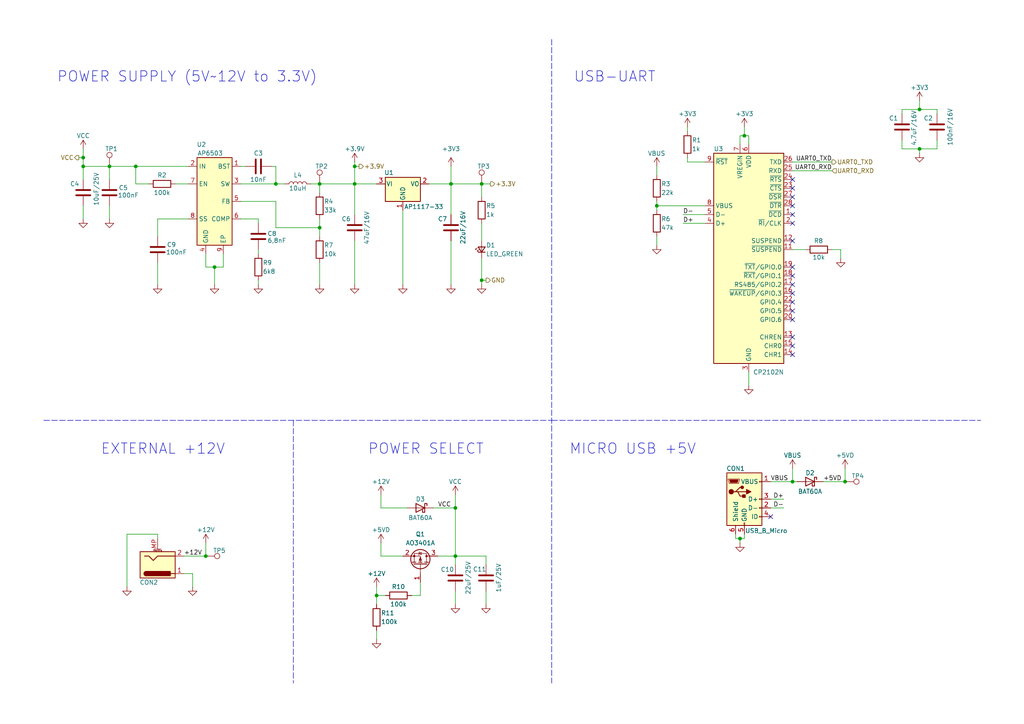
<source format=kicad_sch>
(kicad_sch (version 20211123) (generator eeschema)
  (paper "A4")
  (title_block (title "Módulo Espressif") (date "2022-06-24") (rev "v1.0"))
  (lib_symbols
    (symbol "Alexandre_Library:Power" (pin_names (offset 0))
      (property "Reference" "#PWR" (at 3.81 -2.54 0))
      (property "Value" "Power" (at 0 3.556 0))
      (symbol "Power_0_1"
        (polyline (pts (xy -0.762 1.27) (xy 0 2.54)))
        (polyline (pts (xy 0 0) (xy 0 2.54)))
        (polyline (pts (xy 0 2.54) (xy 0.762 1.27)))
      )
      (symbol "Power_1_1"
        (pin power_in line (at 0 0 180) (length 0) hide (name "") (number "1"))
      )
    )
    (symbol "Connector:Barrel_Jack_MountingPin" (pin_names hide)
      (property "Reference" "J" (at 0 5.334 0))
      (property "Value" "Barrel_Jack_MountingPin" (at 1.27 -6.35 0))
      (symbol "Barrel_Jack_MountingPin_0_1"
        (rectangle (start -5.08 3.81) (end 5.08 -3.81) (stroke (width 0.254)) (fill (type background)))
        (arc (start -3.302 3.175) (mid -3.937 2.54) (end -3.302 1.905) (stroke (width 0.254)))
        (arc (start -3.302 3.175) (mid -3.937 2.54) (end -3.302 1.905) (stroke (width 0.254)) (fill (type outline)))
        (polyline (pts (xy 5.08 2.54) (xy 3.81 2.54)) (stroke (width 0.254)))
        (polyline (pts (xy -3.81 -2.54) (xy -2.54 -2.54) (xy -1.27 -1.27) (xy 0 -2.54) (xy 2.54 -2.54) (xy 5.08 -2.54)) (stroke (width 0.254)))
        (rectangle (start 3.683 3.175) (end -3.302 1.905) (stroke (width 0.254)) (fill (type outline)))
      )
      (symbol "Barrel_Jack_MountingPin_1_1"
        (polyline (pts (xy -1.016 -4.572) (xy 1.016 -4.572)) (stroke (width 0.1524)))
        (text "Mounting" (at 0 -4.191 0) (effects (font (size 0.381 0.381))))
        (pin passive line (at 7.62 2.54 180) (length 2.54) (name "~") (number "1"))
        (pin passive line (at 7.62 -2.54 180) (length 2.54) (name "~") (number "2"))
        (pin passive line (at 0 -7.62 90) (length 3.048) (name "MountPin") (number "MP"))
      )
    )
    (symbol "Connector:TestPoint" (pin_numbers hide) (pin_names (offset 0.762) hide)
      (property "Reference" "TP" (at 0 6.858 0))
      (property "Value" "TestPoint" (at 0 5.08 0))
      (symbol "TestPoint_0_1"
        (circle (center 0 3.302) (radius 0.762))
      )
      (symbol "TestPoint_1_1"
        (pin passive line (at 0 0 90) (length 2.54) (name "1") (number "1"))
      )
    )
    (symbol "Connector:USB_B_Micro" (pin_names (offset 1.016))
      (property "Reference" "J" (at -5.08 11.43 0))
      (property "Value" "USB_B_Micro" (at -5.08 8.89 0))
      (symbol "USB_B_Micro_0_1"
        (rectangle (start -5.08 -7.62) (end 5.08 7.62) (stroke (width 0.254)) (fill (type background)))
        (circle (center -3.81 2.159) (radius 0.635) (stroke (width 0.254)) (fill (type outline)))
        (circle (center -0.635 3.429) (radius 0.381) (stroke (width 0.254)) (fill (type outline)))
        (rectangle (start -0.127 -7.62) (end 0.127 -6.858))
        (polyline (pts (xy -1.905 2.159) (xy 0.635 2.159)) (stroke (width 0.254)))
        (polyline (pts (xy -3.175 2.159) (xy -2.54 2.159) (xy -1.27 3.429) (xy -0.635 3.429)) (stroke (width 0.254)))
        (polyline (pts (xy -2.54 2.159) (xy -1.905 2.159) (xy -1.27 0.889) (xy 0 0.889)) (stroke (width 0.254)))
        (polyline (pts (xy 0.635 2.794) (xy 0.635 1.524) (xy 1.905 2.159) (xy 0.635 2.794)) (stroke (width 0.254)) (fill (type outline)))
        (polyline (pts (xy -4.318 5.588) (xy -1.778 5.588) (xy -2.032 4.826) (xy -4.064 4.826) (xy -4.318 5.588)) (fill (type outline)))
        (polyline (pts (xy -4.699 5.842) (xy -4.699 5.588) (xy -4.445 4.826) (xy -4.445 4.572) (xy -1.651 4.572) (xy -1.651 4.826) (xy -1.397 5.588) (xy -1.397 5.842) (xy -4.699 5.842)))
        (rectangle (start 0.254 1.27) (end -0.508 0.508) (stroke (width 0.254)) (fill (type outline)))
        (rectangle (start 5.08 -5.207) (end 4.318 -4.953))
        (rectangle (start 5.08 -2.667) (end 4.318 -2.413))
        (rectangle (start 5.08 -0.127) (end 4.318 0.127))
        (rectangle (start 5.08 4.953) (end 4.318 5.207))
      )
      (symbol "USB_B_Micro_1_1"
        (pin power_out line (at 7.62 5.08 180) (length 2.54) (name "VBUS") (number "1"))
        (pin bidirectional line (at 7.62 -2.54 180) (length 2.54) (name "D-") (number "2"))
        (pin bidirectional line (at 7.62 0 180) (length 2.54) (name "D+") (number "3"))
        (pin passive line (at 7.62 -5.08 180) (length 2.54) (name "ID") (number "4"))
        (pin power_out line (at 0 -10.16 90) (length 2.54) (name "GND") (number "5"))
        (pin passive line (at -2.54 -10.16 90) (length 2.54) (name "Shield") (number "6"))
      )
    )
    (symbol "Device:C" (pin_numbers hide) (pin_names (offset 0.254))
      (property "Reference" "C" (at 0.635 2.54 0))
      (property "Value" "C" (at 0.635 -2.54 0))
      (symbol "C_0_1"
        (polyline (pts (xy -2.032 -0.762) (xy 2.032 -0.762)) (stroke (width 0.508)))
        (polyline (pts (xy -2.032 0.762) (xy 2.032 0.762)) (stroke (width 0.508)))
      )
      (symbol "C_1_1"
        (pin passive line (at 0 3.81 270) (length 2.794) (name "~") (number "1"))
        (pin passive line (at 0 -3.81 90) (length 2.794) (name "~") (number "2"))
      )
    )
    (symbol "Device:L" (pin_numbers hide) (pin_names (offset 1.016) hide)
      (property "Reference" "L" (at -1.27 0 90))
      (property "Value" "L" (at 1.905 0 90))
      (symbol "L_0_1"
        (arc (start 0 -2.54) (mid 0.635 -1.905) (end 0 -1.27))
        (arc (start 0 -1.27) (mid 0.635 -0.635) (end 0 0))
        (arc (start 0 0) (mid 0.635 0.635) (end 0 1.27))
        (arc (start 0 1.27) (mid 0.635 1.905) (end 0 2.54))
      )
      (symbol "L_1_1"
        (pin passive line (at 0 3.81 270) (length 1.27) (name "1") (number "1"))
        (pin passive line (at 0 -3.81 90) (length 1.27) (name "2") (number "2"))
      )
    )
    (symbol "Device:LED_Small" (pin_numbers hide) (pin_names (offset 0.254) hide)
      (property "Reference" "D" (at -1.27 3.175 0))
      (property "Value" "LED_Small" (at -4.445 -2.54 0))
      (symbol "LED_Small_0_1"
        (polyline (pts (xy -0.762 -1.016) (xy -0.762 1.016)) (stroke (width 0.254)))
        (polyline (pts (xy 1.016 0) (xy -0.762 0)))
        (polyline (pts (xy 0.762 -1.016) (xy -0.762 0) (xy 0.762 1.016) (xy 0.762 -1.016)) (stroke (width 0.254)))
        (polyline (pts (xy 0 0.762) (xy -0.508 1.27) (xy -0.254 1.27) (xy -0.508 1.27) (xy -0.508 1.016)))
        (polyline (pts (xy 0.508 1.27) (xy 0 1.778) (xy 0.254 1.778) (xy 0 1.778) (xy 0 1.524)))
      )
      (symbol "LED_Small_1_1"
        (pin passive line (at -2.54 0 0) (length 1.778) (name "K") (number "1"))
        (pin passive line (at 2.54 0 180) (length 1.778) (name "A") (number "2"))
      )
    )
    (symbol "Device:R" (pin_numbers hide) (pin_names (offset 0))
      (property "Reference" "R" (at 2.032 0 90))
      (property "Value" "R" (at 0 0 90))
      (symbol "R_0_1"
        (rectangle (start -1.016 -2.54) (end 1.016 2.54) (stroke (width 0.254)))
      )
      (symbol "R_1_1"
        (pin passive line (at 0 3.81 270) (length 1.27) (name "~") (number "1"))
        (pin passive line (at 0 -3.81 90) (length 1.27) (name "~") (number "2"))
      )
    )
    (symbol "Diode:BAT60A" (pin_numbers hide) (pin_names (offset 1.016) hide)
      (property "Reference" "D" (at 0 2.54 0))
      (property "Value" "BAT60A" (at 0 -2.54 0))
      (symbol "BAT60A_0_1"
        (polyline (pts (xy 1.27 0) (xy -1.27 0)))
        (polyline (pts (xy 1.27 1.27) (xy 1.27 -1.27) (xy -1.27 0) (xy 1.27 1.27)) (stroke (width 0.254)))
        (polyline (pts (xy -1.905 0.635) (xy -1.905 1.27) (xy -1.27 1.27) (xy -1.27 -1.27) (xy -0.635 -1.27) (xy -0.635 -0.635)) (stroke (width 0.254)))
      )
      (symbol "BAT60A_1_1"
        (pin passive line (at -3.81 0 0) (length 2.54) (name "K") (number "1"))
        (pin passive line (at 3.81 0 180) (length 2.54) (name "A") (number "2"))
      )
    )
    (symbol "Interface_USB:CP2102N-Axx-xQFN28"
      (property "Reference" "U" (at -8.89 31.75 0))
      (property "Value" "CP2102N-Axx-xQFN28" (at 12.7 31.75 0))
      (symbol "CP2102N-Axx-xQFN28_0_1"
        (rectangle (start -10.16 30.48) (end 10.16 -30.48) (stroke (width 0.254)) (fill (type background)))
      )
      (symbol "CP2102N-Axx-xQFN28_1_1"
        (pin input line (at 12.7 12.7 180) (length 2.54) (name "~{DCD}") (number "1"))
        (pin no_connect line (at -10.16 -27.94 0) (length 2.54) hide (name "NC") (number "10"))
        (pin output line (at 12.7 2.54 180) (length 2.54) (name "~{SUSPEND}") (number "11"))
        (pin output line (at 12.7 5.08 180) (length 2.54) (name "SUSPEND") (number "12"))
        (pin output line (at 12.7 -22.86 180) (length 2.54) (name "CHREN") (number "13"))
        (pin output line (at 12.7 -27.94 180) (length 2.54) (name "CHR1") (number "14"))
        (pin output line (at 12.7 -25.4 180) (length 2.54) (name "CHR0") (number "15"))
        (pin bidirectional line (at 12.7 -10.16 180) (length 2.54) (name "~{WAKEUP}/GPIO.3") (number "16"))
        (pin bidirectional line (at 12.7 -7.62 180) (length 2.54) (name "RS485/GPIO.2") (number "17"))
        (pin bidirectional line (at 12.7 -5.08 180) (length 2.54) (name "~{RXT}/GPIO.1") (number "18"))
        (pin bidirectional line (at 12.7 -2.54 180) (length 2.54) (name "~{TXT}/GPIO.0") (number "19"))
        (pin bidirectional line (at 12.7 10.16 180) (length 2.54) (name "~{RI}/CLK") (number "2"))
        (pin bidirectional line (at 12.7 -17.78 180) (length 2.54) (name "GPIO.6") (number "20"))
        (pin bidirectional line (at 12.7 -15.24 180) (length 2.54) (name "GPIO.5") (number "21"))
        (pin bidirectional line (at 12.7 -12.7 180) (length 2.54) (name "GPIO.4") (number "22"))
        (pin input line (at 12.7 20.32 180) (length 2.54) (name "~{CTS}") (number "23"))
        (pin output line (at 12.7 22.86 180) (length 2.54) (name "~{RTS}") (number "24"))
        (pin input line (at 12.7 25.4 180) (length 2.54) (name "RXD") (number "25"))
        (pin output line (at 12.7 27.94 180) (length 2.54) (name "TXD") (number "26"))
        (pin input line (at 12.7 17.78 180) (length 2.54) (name "~{DSR}") (number "27"))
        (pin output line (at 12.7 15.24 180) (length 2.54) (name "~{DTR}") (number "28"))
        (pin passive line (at 0 -33.02 90) (length 2.54) hide (name "GND") (number "29"))
        (pin power_in line (at 0 -33.02 90) (length 2.54) (name "GND") (number "3"))
        (pin bidirectional line (at -12.7 10.16 0) (length 2.54) (name "D+") (number "4"))
        (pin bidirectional line (at -12.7 12.7 0) (length 2.54) (name "D-") (number "5"))
        (pin power_in line (at 0 33.02 270) (length 2.54) (name "VDD") (number "6"))
        (pin power_in line (at -2.54 33.02 270) (length 2.54) (name "VREGIN") (number "7"))
        (pin input line (at -12.7 15.24 0) (length 2.54) (name "VBUS") (number "8"))
        (pin input line (at -12.7 27.94 0) (length 2.54) (name "~{RST}") (number "9"))
      )
    )
    (symbol "Regulator_Linear:AP1117-33" (pin_names (offset 0.254))
      (property "Reference" "U" (at -3.81 3.175 0))
      (property "Value" "AP1117-33" (at 0 3.175 0))
      (symbol "AP1117-33_0_1"
        (rectangle (start -5.08 -5.08) (end 5.08 1.905) (stroke (width 0.254)) (fill (type background)))
      )
      (symbol "AP1117-33_1_1"
        (pin power_in line (at 0 -7.62 90) (length 2.54) (name "GND") (number "1"))
        (pin power_out line (at 7.62 0 180) (length 2.54) (name "VO") (number "2"))
        (pin power_in line (at -7.62 0 0) (length 2.54) (name "VI") (number "3"))
      )
    )
    (symbol "Regulator_Switching:AP6503"
      (property "Reference" "U" (at -3.81 13.97 0))
      (property "Value" "AP6503" (at 2.54 13.97 0))
      (symbol "AP6503_0_1"
        (rectangle (start -5.08 12.7) (end 5.08 -12.7) (stroke (width 0.254)) (fill (type background)))
      )
      (symbol "AP6503_1_1"
        (pin output line (at 7.62 10.16 180) (length 2.54) (name "BST") (number "1"))
        (pin power_in line (at -7.62 10.16 0) (length 2.54) (name "IN") (number "2"))
        (pin power_out line (at 7.62 5.08 180) (length 2.54) (name "SW") (number "3"))
        (pin power_in line (at -2.54 -15.24 90) (length 2.54) (name "GND") (number "4"))
        (pin input line (at 7.62 0 180) (length 2.54) (name "FB") (number "5"))
        (pin output line (at 7.62 -5.08 180) (length 2.54) (name "COMP") (number "6"))
        (pin input line (at -7.62 5.08 0) (length 2.54) (name "EN") (number "7"))
        (pin tri_state line (at -7.62 -5.08 0) (length 2.54) (name "SS") (number "8"))
        (pin power_in line (at 2.54 -15.24 90) (length 2.54) (name "EP") (number "9"))
      )
    )
    (symbol "Transistor_FET:AO3401A" (pin_names hide)
      (property "Reference" "Q" (at 5.08 1.905 0))
      (property "Value" "AO3401A" (at 5.08 0 0))
      (symbol "AO3401A_0_1"
        (polyline (pts (xy 0.254 0) (xy -2.54 0)))
        (polyline (pts (xy 0.254 1.905) (xy 0.254 -1.905)) (stroke (width 0.254)))
        (polyline (pts (xy 0.762 -1.27) (xy 0.762 -2.286)) (stroke (width 0.254)))
        (polyline (pts (xy 0.762 0.508) (xy 0.762 -0.508)) (stroke (width 0.254)))
        (polyline (pts (xy 0.762 2.286) (xy 0.762 1.27)) (stroke (width 0.254)))
        (polyline (pts (xy 2.54 2.54) (xy 2.54 1.778)))
        (polyline (pts (xy 2.54 -2.54) (xy 2.54 0) (xy 0.762 0)))
        (polyline (pts (xy 0.762 1.778) (xy 3.302 1.778) (xy 3.302 -1.778) (xy 0.762 -1.778)))
        (polyline (pts (xy 2.286 0) (xy 1.27 0.381) (xy 1.27 -0.381) (xy 2.286 0)) (fill (type outline)))
        (polyline (pts (xy 2.794 -0.508) (xy 2.921 -0.381) (xy 3.683 -0.381) (xy 3.81 -0.254)))
        (polyline (pts (xy 3.302 -0.381) (xy 2.921 0.254) (xy 3.683 0.254) (xy 3.302 -0.381)))
        (circle (center 1.651 0) (radius 2.794) (stroke (width 0.254)))
        (circle (center 2.54 -1.778) (radius 0.254) (fill (type outline)))
        (circle (center 2.54 1.778) (radius 0.254) (fill (type outline)))
      )
      (symbol "AO3401A_1_1"
        (pin input line (at -5.08 0 0) (length 2.54) (name "G") (number "1"))
        (pin passive line (at 2.54 -5.08 90) (length 2.54) (name "S") (number "2"))
        (pin passive line (at 2.54 5.08 270) (length 2.54) (name "D") (number "3"))
      )
    )
    (symbol "power:+12V" (power) (pin_names (offset 0))
      (property "Value" "+12V" (at 0 3.556 0))
      (symbol "+12V_0_1"
        (polyline (pts (xy -0.762 1.27) (xy 0 2.54)))
        (polyline (pts (xy 0 0) (xy 0 2.54)))
        (polyline (pts (xy 0 2.54) (xy 0.762 1.27)))
      )
      (symbol "+12V_1_1"
        (pin power_in line (at 0 0 90) (length 0) hide (name "+12V") (number "1"))
      )
    )
    (symbol "power:+3.3V" (power) (pin_names (offset 0))
      (property "Value" "+3.3V" (at 0 3.556 0))
      (symbol "+3.3V_0_1"
        (polyline (pts (xy -0.762 1.27) (xy 0 2.54)))
        (polyline (pts (xy 0 0) (xy 0 2.54)))
        (polyline (pts (xy 0 2.54) (xy 0.762 1.27)))
      )
      (symbol "+3.3V_1_1"
        (pin power_in line (at 0 0 90) (length 0) hide (name "+3V3") (number "1"))
      )
    )
    (symbol "power:+5VD" (power) (pin_names (offset 0))
      (property "Value" "+5VD" (at 0 3.556 0))
      (symbol "+5VD_0_1"
        (polyline (pts (xy -0.762 1.27) (xy 0 2.54)))
        (polyline (pts (xy 0 0) (xy 0 2.54)))
        (polyline (pts (xy 0 2.54) (xy 0.762 1.27)))
      )
      (symbol "+5VD_1_1"
        (pin power_in line (at 0 0 90) (length 0) hide (name "+5VD") (number "1"))
      )
    )
    (symbol "power:GND" (power) (pin_names (offset 0))
      (property "Value" "GND" (at 0 -3.81 0))
      (symbol "GND_0_1"
        (polyline (pts (xy 0 0) (xy 0 -1.27) (xy 1.27 -1.27) (xy 0 -2.54) (xy -1.27 -1.27) (xy 0 -1.27)))
      )
      (symbol "GND_1_1"
        (pin power_in line (at 0 0 270) (length 0) hide (name "GND") (number "1"))
      )
    )
    (symbol "power:VBUS" (power) (pin_names (offset 0))
      (property "Value" "VBUS" (at 0 3.81 0))
      (symbol "VBUS_0_1"
        (polyline (pts (xy -0.762 1.27) (xy 0 2.54)))
        (polyline (pts (xy 0 0) (xy 0 2.54)))
        (polyline (pts (xy 0 2.54) (xy 0.762 1.27)))
      )
      (symbol "VBUS_1_1"
        (pin power_in line (at 0 0 90) (length 0) hide (name "VBUS") (number "1"))
      )
    )
    (symbol "power:VCC" (power) (pin_names (offset 0))
      (property "Value" "VCC" (at 0 3.81 0))
      (symbol "VCC_0_1"
        (polyline (pts (xy -0.762 1.27) (xy 0 2.54)))
        (polyline (pts (xy 0 0) (xy 0 2.54)))
        (polyline (pts (xy 0 2.54) (xy 0.762 1.27)))
      )
      (symbol "VCC_1_1"
        (pin power_in line (at 0 0 90) (length 0) hide (name "VCC") (number "1"))
      )
    )
  )
  (junction (at 130.81 53.34))
  (junction (at 190.5 59.69))
  (junction (at 229.87 139.7))
  (junction (at 132.08 147.32))
  (junction (at 92.71 53.34))
  (junction (at 102.87 48.26))
  (junction (at 266.7 31.75))
  (junction (at 102.87 53.34))
  (junction (at 59.69 161.29))
  (junction (at 80.01 53.34))
  (junction (at 215.9 39.37))
  (junction (at 39.37 48.26))
  (junction (at 31.75 48.26))
  (junction (at 266.7 43.18))
  (junction (at 24.13 48.26))
  (junction (at 109.22 172.72))
  (junction (at 139.7 81.28))
  (junction (at 92.71 66.04))
  (junction (at 214.63 156.21))
  (junction (at 132.08 161.29))
  (junction (at 24.13 45.72))
  (junction (at 245.11 139.7))
  (junction (at 139.7 53.34))
  (junction (at 62.23 77.47))
  (no_connect (at 229.87 87.63))
  (no_connect (at 229.87 52.07))
  (no_connect (at 229.87 64.77))
  (no_connect (at 229.87 59.69))
  (no_connect (at 229.87 85.09))
  (no_connect (at 229.87 92.71))
  (no_connect (at 223.52 149.86))
  (no_connect (at 229.87 82.55))
  (no_connect (at 229.87 62.23))
  (no_connect (at 229.87 100.33))
  (no_connect (at 229.87 77.47))
  (no_connect (at 229.87 54.61))
  (no_connect (at 229.87 69.85))
  (no_connect (at 229.87 57.15))
  (no_connect (at 229.87 102.87))
  (no_connect (at 229.87 90.17))
  (no_connect (at 229.87 97.79))
  (no_connect (at 229.87 80.01))
  (wire (pts (xy 54.61 63.5) (xy 45.72 63.5)))
  (polyline (pts (xy 12.7 121.92) (xy 160.02 121.92)))
  (wire (pts (xy 36.83 154.94) (xy 36.83 170.18)))
  (wire (pts (xy 140.97 161.29) (xy 132.08 161.29)))
  (wire (pts (xy 74.93 63.5) (xy 74.93 64.77)))
  (wire (pts (xy 132.08 143.51) (xy 132.08 147.32)))
  (wire (pts (xy 45.72 154.94) (xy 45.72 156.21)))
  (wire (pts (xy 74.93 72.39) (xy 74.93 73.66)))
  (wire (pts (xy 24.13 43.18) (xy 24.13 45.72)))
  (wire (pts (xy 22.86 45.72) (xy 24.13 45.72)))
  (wire (pts (xy 198.12 64.77) (xy 204.47 64.77)))
  (wire (pts (xy 59.69 77.47) (xy 62.23 77.47)))
  (wire (pts (xy 45.72 63.5) (xy 45.72 68.58)))
  (wire (pts (xy 121.92 168.91) (xy 121.92 172.72)))
  (wire (pts (xy 92.71 66.04) (xy 92.71 68.58)))
  (wire (pts (xy 31.75 48.26) (xy 31.75 52.07)))
  (wire (pts (xy 24.13 45.72) (xy 24.13 48.26)))
  (wire (pts (xy 139.7 64.77) (xy 139.7 69.85)))
  (wire (pts (xy 139.7 81.28) (xy 139.7 74.93)))
  (wire (pts (xy 245.11 135.89) (xy 245.11 139.7)))
  (wire (pts (xy 229.87 135.89) (xy 229.87 139.7)))
  (wire (pts (xy 64.77 73.66) (xy 64.77 77.47)))
  (wire (pts (xy 229.87 139.7) (xy 231.14 139.7)))
  (wire (pts (xy 80.01 58.42) (xy 80.01 66.04)))
  (wire (pts (xy 271.78 43.18) (xy 266.7 43.18)))
  (wire (pts (xy 59.69 157.48) (xy 59.69 161.29)))
  (wire (pts (xy 59.69 73.66) (xy 59.69 77.47)))
  (wire (pts (xy 261.62 40.64) (xy 261.62 43.18)))
  (wire (pts (xy 199.39 46.99) (xy 204.47 46.99)))
  (wire (pts (xy 74.93 81.28) (xy 74.93 82.55)))
  (wire (pts (xy 215.9 39.37) (xy 217.17 39.37)))
  (wire (pts (xy 130.81 69.85) (xy 130.81 82.55)))
  (wire (pts (xy 121.92 172.72) (xy 119.38 172.72)))
  (wire (pts (xy 261.62 33.02) (xy 261.62 31.75)))
  (wire (pts (xy 223.52 139.7) (xy 229.87 139.7)))
  (wire (pts (xy 43.18 53.34) (xy 39.37 53.34)))
  (wire (pts (xy 102.87 46.99) (xy 102.87 48.26)))
  (wire (pts (xy 62.23 77.47) (xy 62.23 82.55)))
  (wire (pts (xy 116.84 161.29) (xy 110.49 161.29)))
  (wire (pts (xy 55.88 166.37) (xy 55.88 170.18)))
  (wire (pts (xy 69.85 63.5) (xy 74.93 63.5)))
  (wire (pts (xy 31.75 59.69) (xy 31.75 63.5)))
  (wire (pts (xy 69.85 48.26) (xy 71.12 48.26)))
  (wire (pts (xy 223.52 144.78) (xy 227.33 144.78)))
  (wire (pts (xy 130.81 53.34) (xy 130.81 62.23)))
  (wire (pts (xy 229.87 49.53) (xy 241.3 49.53)))
  (wire (pts (xy 110.49 161.29) (xy 110.49 157.48)))
  (wire (pts (xy 139.7 53.34) (xy 139.7 57.15)))
  (wire (pts (xy 80.01 48.26) (xy 78.74 48.26)))
  (wire (pts (xy 217.17 107.95) (xy 217.17 111.76)))
  (wire (pts (xy 139.7 81.28) (xy 140.97 81.28)))
  (wire (pts (xy 241.3 72.39) (xy 243.84 72.39)))
  (wire (pts (xy 139.7 82.55) (xy 139.7 81.28)))
  (wire (pts (xy 109.22 172.72) (xy 111.76 172.72)))
  (wire (pts (xy 69.85 53.34) (xy 80.01 53.34)))
  (wire (pts (xy 50.8 53.34) (xy 54.61 53.34)))
  (wire (pts (xy 190.5 68.58) (xy 190.5 71.12)))
  (wire (pts (xy 190.5 59.69) (xy 190.5 60.96)))
  (wire (pts (xy 92.71 53.34) (xy 92.71 55.88)))
  (wire (pts (xy 39.37 48.26) (xy 39.37 53.34)))
  (wire (pts (xy 132.08 161.29) (xy 132.08 163.83)))
  (wire (pts (xy 92.71 76.2) (xy 92.71 82.55)))
  (wire (pts (xy 109.22 182.88) (xy 109.22 185.42)))
  (wire (pts (xy 24.13 48.26) (xy 31.75 48.26)))
  (wire (pts (xy 132.08 147.32) (xy 132.08 161.29)))
  (wire (pts (xy 223.52 147.32) (xy 227.33 147.32)))
  (wire (pts (xy 127 161.29) (xy 132.08 161.29)))
  (wire (pts (xy 139.7 53.34) (xy 142.24 53.34)))
  (wire (pts (xy 215.9 36.83) (xy 215.9 39.37)))
  (wire (pts (xy 110.49 143.51) (xy 110.49 147.32)))
  (wire (pts (xy 140.97 163.83) (xy 140.97 161.29)))
  (wire (pts (xy 109.22 170.18) (xy 109.22 172.72)))
  (wire (pts (xy 261.62 43.18) (xy 266.7 43.18)))
  (polyline (pts (xy 85.09 121.92) (xy 85.09 198.12)))
  (wire (pts (xy 24.13 48.26) (xy 24.13 52.07)))
  (polyline (pts (xy 160.02 11.43) (xy 160.02 198.12)))
  (wire (pts (xy 217.17 39.37) (xy 217.17 41.91)))
  (wire (pts (xy 215.9 39.37) (xy 214.63 39.37)))
  (wire (pts (xy 243.84 72.39) (xy 243.84 74.93)))
  (wire (pts (xy 199.39 36.83) (xy 199.39 38.1)))
  (wire (pts (xy 31.75 48.26) (xy 39.37 48.26)))
  (wire (pts (xy 102.87 69.85) (xy 102.87 82.55)))
  (wire (pts (xy 204.47 59.69) (xy 190.5 59.69)))
  (wire (pts (xy 214.63 156.21) (xy 214.63 157.48)))
  (wire (pts (xy 80.01 48.26) (xy 80.01 53.34)))
  (wire (pts (xy 229.87 72.39) (xy 233.68 72.39)))
  (wire (pts (xy 132.08 171.45) (xy 132.08 175.26)))
  (wire (pts (xy 229.87 46.99) (xy 241.3 46.99)))
  (wire (pts (xy 24.13 59.69) (xy 24.13 63.5)))
  (wire (pts (xy 199.39 45.72) (xy 199.39 46.99)))
  (wire (pts (xy 214.63 156.21) (xy 215.9 156.21)))
  (wire (pts (xy 213.36 154.94) (xy 213.36 156.21)))
  (wire (pts (xy 266.7 29.21) (xy 266.7 31.75)))
  (wire (pts (xy 80.01 53.34) (xy 82.55 53.34)))
  (wire (pts (xy 271.78 31.75) (xy 271.78 33.02)))
  (wire (pts (xy 53.34 166.37) (xy 55.88 166.37)))
  (wire (pts (xy 124.46 53.34) (xy 130.81 53.34)))
  (wire (pts (xy 214.63 39.37) (xy 214.63 41.91)))
  (wire (pts (xy 102.87 48.26) (xy 102.87 53.34)))
  (wire (pts (xy 190.5 48.26) (xy 190.5 50.8)))
  (wire (pts (xy 261.62 31.75) (xy 266.7 31.75)))
  (wire (pts (xy 69.85 58.42) (xy 80.01 58.42)))
  (wire (pts (xy 39.37 48.26) (xy 54.61 48.26)))
  (wire (pts (xy 110.49 147.32) (xy 118.11 147.32)))
  (wire (pts (xy 90.17 53.34) (xy 92.71 53.34)))
  (polyline (pts (xy 160.02 121.92) (xy 284.48 121.92)))
  (wire (pts (xy 190.5 58.42) (xy 190.5 59.69)))
  (wire (pts (xy 80.01 66.04) (xy 92.71 66.04)))
  (wire (pts (xy 102.87 53.34) (xy 102.87 62.23)))
  (wire (pts (xy 116.84 82.55) (xy 116.84 60.96)))
  (wire (pts (xy 266.7 31.75) (xy 271.78 31.75)))
  (wire (pts (xy 59.69 161.29) (xy 53.34 161.29)))
  (wire (pts (xy 213.36 156.21) (xy 214.63 156.21)))
  (wire (pts (xy 125.73 147.32) (xy 132.08 147.32)))
  (wire (pts (xy 198.12 62.23) (xy 204.47 62.23)))
  (wire (pts (xy 215.9 154.94) (xy 215.9 156.21)))
  (wire (pts (xy 62.23 77.47) (xy 64.77 77.47)))
  (wire (pts (xy 238.76 139.7) (xy 245.11 139.7)))
  (wire (pts (xy 130.81 48.26) (xy 130.81 53.34)))
  (wire (pts (xy 109.22 172.72) (xy 109.22 175.26)))
  (wire (pts (xy 102.87 53.34) (xy 92.71 53.34)))
  (wire (pts (xy 102.87 48.26) (xy 104.14 48.26)))
  (wire (pts (xy 130.81 53.34) (xy 139.7 53.34)))
  (wire (pts (xy 102.87 53.34) (xy 109.22 53.34)))
  (wire (pts (xy 92.71 63.5) (xy 92.71 66.04)))
  (wire (pts (xy 266.7 43.18) (xy 266.7 44.45)))
  (wire (pts (xy 140.97 171.45) (xy 140.97 175.26)))
  (wire (pts (xy 271.78 40.64) (xy 271.78 43.18)))
  (wire (pts (xy 45.72 154.94) (xy 36.83 154.94)))
  (wire (pts (xy 45.72 76.2) (xy 45.72 82.55)))
  (text "EXTERNAL +12V" (at 29.21 132.08 0) (effects (font (size 2.9972 2.9972)) (justify left bottom)))
  (text "POWER SELECT" (at 106.68 132.08 0) (effects (font (size 2.9972 2.9972)) (justify left bottom)))
  (text "MICRO USB +5V" (at 165.1 132.08 0) (effects (font (size 2.9972 2.9972)) (justify left bottom)))
  (text "POWER SUPPLY (5V~12V to 3.3V)" (at 16.51 24.13 0) (effects (font (size 2.9972 2.9972)) (justify left bottom)))
  (text "USB-UART" (at 166.37 24.13 0) (effects (font (size 2.9972 2.9972)) (justify left bottom)))
  (label "+5VD" (at 238.76 139.7 0))
  (label "D-" (at 227.33 147.32 180))
  (label "D+" (at 198.12 64.77 0))
  (label "+12V" (at 53.34 161.29 0))
  (label "D-" (at 198.12 62.23 0))
  (label "VCC" (at 127 147.32 0))
  (label "VBUS" (at 223.52 139.7 0))
  (label "D+" (at 227.33 144.78 180))
  (label "UART0_RXD" (at 241.3 49.53 180))
  (label "UART0_TXD" (at 241.3 46.99 180))
  (hierarchical_label "GND" (shape output) (at 140.97 81.28 0))
  (hierarchical_label "+3.9V" (shape output) (at 104.14 48.26 0))
  (hierarchical_label "UART0_TXD" (shape output) (at 241.3 46.99 0))
  (hierarchical_label "VCC" (shape output) (at 22.86 45.72 180))
  (hierarchical_label "UART0_RXD" (shape input) (at 241.3 49.53 0))
  (hierarchical_label "+3.3V" (shape output) (at 142.24 53.34 0))
  (symbol (lib_id "Device:R") (at 139.7 60.96 0) (unit 1)
    (property "Reference" "R5" (at 140.97 59.69 0) (effects (justify left)))
    (property "Value" "1k" (at 140.97 62.23 0) (effects (justify left)))
    (property "Footprint" "Resistor_SMD:R_0603_1608Metric_Pad0.98x0.95mm_HandSolder" (effects hide))
  )
  (symbol (lib_id "Device:C") (at 130.81 66.04 0) (unit 1)
    (property "Reference" "C7" (at 127 63.5 0) (effects (justify left)))
    (property "Value" "22uF/16V" (at 134.2717 70.8643 90) (effects (justify left)))
    (property "Footprint" "Capacitor_SMD:C_1206_3216Metric_Pad1.33x1.80mm_HandSolder" (effects hide))
  )
  (symbol (lib_id "Device:R") (at 92.71 72.39 0) (unit 1)
    (property "Reference" "R7" (at 93.98 71.12 0) (effects (justify left)))
    (property "Value" "10k" (at 93.98 73.66 0) (effects (justify left)))
    (property "Footprint" "Resistor_SMD:R_0603_1608Metric_Pad0.98x0.95mm_HandSolder" (effects hide))
  )
  (symbol (lib_id "Device:R") (at 199.39 41.91 0) (unit 1)
    (property "Reference" "R1" (at 200.66 40.64 0) (effects (justify left)))
    (property "Value" "1k" (at 200.66 43.18 0) (effects (justify left)))
    (property "Footprint" "Resistor_SMD:R_0603_1608Metric_Pad0.98x0.95mm_HandSolder" (effects hide))
  )
  (symbol (lib_id "Connector:Barrel_Jack_MountingPin") (at 45.72 163.83 0) (mirror x) (unit 1)
    (property "Reference" "CON2" (at 43.18 168.91 0))
    (property "Value" "Barrel_Jack_MountingPin" (effects hide))
    (property "Footprint" "Connector_BarrelJack:BarrelJack_GCT_DCJ200-10-A_Horizontal" (effects hide))
  )
  (symbol (lib_id "Connector:TestPoint") (at 139.7 53.34 0) (unit 1)
    (property "Reference" "TP3" (at 138.43 48.26 0) (effects (justify left)))
    (property "Value" "TestPoint" (effects hide))
  )
  (symbol (lib_id "power:GND") (at 45.72 82.55 0) (unit 1)
    (property "Reference" "#PWR024" (effects hide))
    (property "Value" "GND" (effects hide))
  )
  (symbol (lib_id "power:GND") (at 139.7 82.55 0) (unit 1)
    (property "Reference" "#PWR031" (effects hide))
    (property "Value" "GND" (effects hide))
  )
  (symbol (lib_id "Device:R") (at 46.99 53.34 90) (unit 1)
    (property "Reference" "R2" (at 46.99 50.8 90))
    (property "Value" "100k" (at 46.99 55.88 90))
    (property "Footprint" "Resistor_SMD:R_0603_1608Metric_Pad0.98x0.95mm_HandSolder" (effects hide))
  )
  (symbol (lib_id "Device:L") (at 86.36 53.34 90) (unit 1)
    (property "Reference" "L4" (at 86.36 50.8 90))
    (property "Value" "10uH" (at 86.36 54.61 90))
    (property "Footprint" "Inductor_SMD:L_Bourns-SRN8040_8x8.15mm" (effects hide))
  )
  (symbol (lib_id "power:+3.3V") (at 199.39 36.83 0) (unit 1)
    (property "Reference" "#PWR013" (effects hide))
    (property "Value" "+3.3V" (at 199.39 33.02 0))
  )
  (symbol (lib_id "Device:C") (at 140.97 167.64 0) (unit 1)
    (property "Reference" "C11" (at 137.16 165.1 0) (effects (justify left)))
    (property "Value" "1uF/25V" (at 144.632 171.8591 90) (effects (justify left)))
    (property "Footprint" "Capacitor_SMD:C_1206_3216Metric_Pad1.33x1.80mm_HandSolder" (effects hide))
  )
  (symbol (lib_id "power:VBUS") (at 190.5 48.26 0) (unit 1)
    (property "Reference" "#PWR019" (effects hide))
    (property "Value" "VBUS" (at 190.4322 44.5025 0))
  )
  (symbol (lib_id "power:VBUS") (at 229.87 135.89 0) (unit 1)
    (property "Reference" "#PWR033" (effects hide))
    (property "Value" "VBUS" (at 229.87 132.08 0))
  )
  (symbol (lib_id "Diode:BAT60A") (at 121.92 147.32 0) (mirror y) (unit 1)
    (property "Reference" "D3" (at 121.92 144.78 0))
    (property "Value" "BAT60A" (at 121.9227 150.1694 0))
    (property "Footprint" "Diode_SMD:D_SOD-323" (effects hide))
    (property "Datasheet" "https://www.infineon.com/dgdl/Infineon-BAT60ASERIES-DS-v01_01-en.pdf?fileId=db3a304313d846880113def70c9304a9" (effects hide))
  )
  (symbol (lib_id "Device:C") (at 271.78 36.83 180) (unit 1)
    (property "Reference" "C2" (at 269.24 34.29 0))
    (property "Value" "100nF/16V" (at 275.59 36.83 90))
    (property "Footprint" "Capacitor_SMD:C_0402_1005Metric_Pad0.74x0.62mm_HandSolder" (effects hide))
  )
  (symbol (lib_id "power:GND") (at 31.75 63.5 0) (unit 1)
    (property "Reference" "#PWR021" (effects hide))
    (property "Value" "GND" (effects hide))
  )
  (symbol (lib_id "power:GND") (at 109.22 185.42 0) (unit 1)
    (property "Reference" "#PWR045" (effects hide))
    (property "Value" "GND" (effects hide))
  )
  (symbol (lib_id "Connector:TestPoint") (at 31.75 48.26 0) (unit 1)
    (property "Reference" "TP1" (at 30.48 43.18 0) (effects (justify left)))
    (property "Value" "TestPoint" (effects hide))
  )
  (symbol (lib_id "Device:C") (at 102.87 66.04 0) (unit 1)
    (property "Reference" "C6" (at 99.06 63.5 0) (effects (justify left)))
    (property "Value" "47uF/16V" (at 106.3842 70.9279 90) (effects (justify left)))
    (property "Footprint" "Capacitor_SMD:C_1206_3216Metric_Pad1.33x1.80mm_HandSolder" (effects hide))
  )
  (symbol (lib_id "Device:C") (at 74.93 48.26 90) (unit 1)
    (property "Reference" "C3" (at 74.93 44.45 90))
    (property "Value" "10nF" (at 74.93 52.07 90))
    (property "Footprint" "Capacitor_SMD:C_0402_1005Metric_Pad0.74x0.62mm_HandSolder" (effects hide))
  )
  (symbol (lib_id "Device:C") (at 132.08 167.64 0) (unit 1)
    (property "Reference" "C10" (at 127.7955 165.1806 0) (effects (justify left)))
    (property "Value" "22uF/25V" (at 135.7983 172.4618 90) (effects (justify left)))
    (property "Footprint" "Capacitor_SMD:C_1206_3216Metric_Pad1.33x1.80mm_HandSolder" (effects hide))
  )
  (symbol (lib_id "Device:C") (at 31.75 55.88 180) (unit 1)
    (property "Reference" "C5" (at 35.7705 54.4674 0))
    (property "Value" "100nF" (at 37.2006 56.6367 0))
    (property "Footprint" "Capacitor_SMD:C_0402_1005Metric_Pad0.74x0.62mm_HandSolder" (effects hide))
  )
  (symbol (lib_id "power:+12V") (at 110.49 143.51 0) (unit 1)
    (property "Reference" "#PWR035" (effects hide))
    (property "Value" "+12V" (at 110.49 139.7 0))
  )
  (symbol (lib_id "Device:R") (at 237.49 72.39 90) (unit 1)
    (property "Reference" "R8" (at 238.76 69.85 90) (effects (justify left)))
    (property "Value" "10k" (at 239.3081 74.6319 90) (effects (justify left)))
    (property "Footprint" "Resistor_SMD:R_0603_1608Metric_Pad0.98x0.95mm_HandSolder" (effects hide))
  )
  (symbol (lib_id "Device:C") (at 24.13 55.88 0) (unit 1)
    (property "Reference" "C4" (at 20.32 53.34 0) (effects (justify left)))
    (property "Value" "10uF/25V" (at 27.94 59.69 90) (effects (justify left)))
    (property "Footprint" "Capacitor_SMD:C_1206_3216Metric_Pad1.33x1.80mm_HandSolder" (effects hide))
  )
  (symbol (lib_id "power:GND") (at 74.93 82.55 0) (unit 1)
    (property "Reference" "#PWR026" (effects hide))
    (property "Value" "GND" (effects hide))
  )
  (symbol (lib_id "power:+12V") (at 59.69 157.48 0) (unit 1)
    (property "Reference" "#PWR037" (effects hide))
    (property "Value" "+12V" (at 59.69 153.67 0))
  )
  (symbol (lib_id "power:GND") (at 190.5 71.12 0) (unit 1)
    (property "Reference" "#PWR022" (effects hide))
    (property "Value" "GND" (effects hide))
  )
  (symbol (lib_id "power:+3.3V") (at 215.9 36.83 0) (unit 1)
    (property "Reference" "#PWR014" (effects hide))
    (property "Value" "+3.3V" (at 215.9 33.02 0))
  )
  (symbol (lib_id "power:+3.3V") (at 130.81 48.26 0) (unit 1)
    (property "Reference" "#PWR018" (effects hide))
    (property "Value" "+3.3V" (at 130.81 43.18 0))
  )
  (symbol (lib_id "power:GND") (at 140.97 175.26 0) (unit 1)
    (property "Reference" "#PWR044" (effects hide))
    (property "Value" "GND" (effects hide))
  )
  (symbol (lib_id "Interface_USB:CP2102N-Axx-xQFN28") (at 217.17 74.93 0) (unit 1)
    (property "Reference" "U3" (at 207.01 43.18 0) (effects (justify left)))
    (property "Value" "CP2102N" (at 218.44 107.95 0) (effects (justify left)))
    (property "Footprint" "Package_DFN_QFN:QFN-28-1EP_5x5mm_P0.5mm_EP3.35x3.35mm" (effects hide))
    (property "Datasheet" "https://www.silabs.com/documents/public/data-sheets/cp2102n-datasheet.pdf" (effects hide))
  )
  (symbol (lib_id "Device:C") (at 74.93 68.58 0) (unit 1)
    (property "Reference" "C8" (at 77.5519 67.7734 0) (effects (justify left)))
    (property "Value" "6,8nF" (at 77.5519 69.7652 0) (effects (justify left)))
    (property "Footprint" "Capacitor_SMD:C_0402_1005Metric_Pad0.74x0.62mm_HandSolder" (effects hide))
  )
  (symbol (lib_id "Connector:TestPoint") (at 245.11 139.7 270) (unit 1)
    (property "Reference" "TP4" (at 246.9705 138.0585 90) (effects (justify left)))
    (property "Value" "TestPoint" (effects hide))
  )
  (symbol (lib_id "power:GND") (at 130.81 82.55 0) (unit 1)
    (property "Reference" "#PWR030" (effects hide))
    (property "Value" "GND" (effects hide))
  )
  (symbol (lib_id "power:GND") (at 92.71 82.55 0) (unit 1)
    (property "Reference" "#PWR027" (effects hide))
    (property "Value" "GND" (effects hide))
  )
  (symbol (lib_id "power:+12V") (at 109.22 170.18 0) (unit 1)
    (property "Reference" "#PWR042" (effects hide))
    (property "Value" "+12V" (at 109.22 166.37 0))
  )
  (symbol (lib_id "Connector:TestPoint") (at 59.69 161.29 270) (unit 1)
    (property "Reference" "TP5" (at 61.7891 159.6938 90) (effects (justify left)))
    (property "Value" "TestPoint" (effects hide))
  )
  (symbol (lib_id "Device:R") (at 92.71 59.69 0) (unit 1)
    (property "Reference" "R4" (at 93.98 58.42 0) (effects (justify left)))
    (property "Value" "33k" (at 93.98 60.96 0) (effects (justify left)))
    (property "Footprint" "Resistor_SMD:R_0603_1608Metric_Pad0.98x0.95mm_HandSolder" (effects hide))
  )
  (symbol (lib_id "power:GND") (at 243.84 74.93 0) (unit 1)
    (property "Reference" "#PWR023" (effects hide))
    (property "Value" "GND" (effects hide))
  )
  (symbol (lib_id "power:+5VD") (at 110.49 157.48 0) (unit 1)
    (property "Reference" "#PWR038" (effects hide))
    (property "Value" "+5VD" (at 110.49 153.67 0))
  )
  (symbol (lib_id "Regulator_Switching:AP6503") (at 62.23 58.42 0) (unit 1)
    (property "Reference" "U2" (at 58.42 41.91 0))
    (property "Value" "AP6503" (at 60.96 44.45 0))
    (property "Footprint" "Package_SO:SOIC-8-1EP_3.9x4.9mm_P1.27mm_EP2.41x3.81mm_ThermalVias" (effects hide))
    (property "Datasheet" "https://www.diodes.com/assets/Datasheets/AP6503.pdf" (effects hide))
  )
  (symbol (lib_id "power:GND") (at 55.88 170.18 0) (unit 1)
    (property "Reference" "#PWR041" (effects hide))
    (property "Value" "GND" (effects hide))
  )
  (symbol (lib_id "power:+5VD") (at 245.11 135.89 0) (unit 1)
    (property "Reference" "#PWR034" (effects hide))
    (property "Value" "+5VD" (at 245.11 132.08 0))
  )
  (symbol (lib_id "Device:LED_Small") (at 139.7 72.39 90) (unit 1)
    (property "Reference" "D1" (at 140.97 71.12 90) (effects (justify right)))
    (property "Value" "LED_GREEN" (at 140.97 73.66 90) (effects (justify right)))
    (property "Footprint" "LED_SMD:LED_0603_1608Metric_Pad1.05x0.95mm_HandSolder" (effects hide))
  )
  (symbol (lib_id "Transistor_FET:AO3401A") (at 121.92 163.83 270) (mirror x) (unit 1)
    (property "Reference" "Q1" (at 121.92 154.94 90))
    (property "Value" "AO3401A" (at 121.92 157.48 90))
    (property "Footprint" "Package_TO_SOT_SMD:SOT-23" (effects hide))
    (property "Datasheet" "http://www.aosmd.com/pdfs/datasheet/AO3401A.pdf" (effects hide))
  )
  (symbol (lib_id "Connector:TestPoint") (at 92.71 53.34 0) (unit 1)
    (property "Reference" "TP2" (at 91.44 48.26 0) (effects (justify left)))
    (property "Value" "TestPoint" (effects hide))
  )
  (symbol (lib_id "power:GND") (at 102.87 82.55 0) (unit 1)
    (property "Reference" "#PWR028" (effects hide))
    (property "Value" "GND" (effects hide))
  )
  (symbol (lib_id "power:GND") (at 266.7 44.45 0) (unit 1)
    (property "Reference" "#PWR016" (effects hide))
    (property "Value" "GND" (effects hide))
  )
  (symbol (lib_id "power:VCC") (at 24.13 43.18 0) (unit 1)
    (property "Reference" "#PWR015" (effects hide))
    (property "Value" "VCC" (at 24.13 39.37 0))
  )
  (symbol (lib_id "power:GND") (at 217.17 111.76 0) (unit 1)
    (property "Reference" "#PWR032" (effects hide))
    (property "Value" "GND" (effects hide))
  )
  (symbol (lib_id "Device:R") (at 190.5 54.61 0) (unit 1)
    (property "Reference" "R3" (at 191.77 53.34 0) (effects (justify left)))
    (property "Value" "22k" (at 191.77 55.88 0) (effects (justify left)))
    (property "Footprint" "Resistor_SMD:R_0603_1608Metric_Pad0.98x0.95mm_HandSolder" (effects hide))
  )
  (symbol (lib_id "power:GND") (at 62.23 82.55 0) (unit 1)
    (property "Reference" "#PWR025" (effects hide))
    (property "Value" "GND" (effects hide))
  )
  (symbol (lib_id "Device:R") (at 109.22 179.07 0) (unit 1)
    (property "Reference" "R11" (at 110.49 177.8 0) (effects (justify left)))
    (property "Value" "100k" (at 110.49 180.34 0) (effects (justify left)))
    (property "Footprint" "Resistor_SMD:R_0603_1608Metric_Pad0.98x0.95mm_HandSolder" (effects hide))
  )
  (symbol (lib_id "Connector:USB_B_Micro") (at 215.9 144.78 0) (unit 1)
    (property "Reference" "CON1" (at 213.36 135.89 0))
    (property "Value" "USB_B_Micro" (at 222.2596 153.9408 0))
    (property "Footprint" "Connector_USB:USB_Micro-B_GCT_USB3076-30-A" (effects hide))
  )
  (symbol (lib_id "power:VCC") (at 132.08 143.51 0) (unit 1)
    (property "Reference" "#PWR036" (effects hide))
    (property "Value" "VCC" (at 132.08 139.7 0))
  )
  (symbol (lib_id "power:GND") (at 214.63 157.48 0) (unit 1)
    (property "Reference" "#PWR039" (effects hide))
    (property "Value" "GND" (effects hide))
  )
  (symbol (lib_id "Alexandre_Library:Power") (at 102.87 46.99 0) (unit 1)
    (property "Reference" "#PWR17" (effects hide))
    (property "Value" "+3.9V" (at 102.87 43.18 0))
  )
  (symbol (lib_id "power:GND") (at 116.84 82.55 0) (unit 1)
    (property "Reference" "#PWR029" (effects hide))
    (property "Value" "GND" (effects hide))
  )
  (symbol (lib_id "power:GND") (at 132.08 175.26 0) (unit 1)
    (property "Reference" "#PWR043" (effects hide))
    (property "Value" "GND" (effects hide))
  )
  (symbol (lib_id "Device:R") (at 74.93 77.47 0) (unit 1)
    (property "Reference" "R9" (at 76.2 76.2 0) (effects (justify left)))
    (property "Value" "6k8" (at 76.2 78.74 0) (effects (justify left)))
    (property "Footprint" "Resistor_SMD:R_0603_1608Metric_Pad0.98x0.95mm_HandSolder" (effects hide))
  )
  (symbol (lib_id "power:GND") (at 36.83 170.18 0) (unit 1)
    (property "Reference" "#PWR040" (effects hide))
    (property "Value" "GND" (effects hide))
  )
  (symbol (lib_id "Device:R") (at 115.57 172.72 90) (unit 1)
    (property "Reference" "R10" (at 115.57 170.18 90))
    (property "Value" "100k" (at 115.57 175.26 90))
    (property "Footprint" "Resistor_SMD:R_0603_1608Metric_Pad0.98x0.95mm_HandSolder" (effects hide))
  )
  (symbol (lib_id "Device:R") (at 190.5 64.77 0) (unit 1)
    (property "Reference" "R6" (at 191.77 63.5 0) (effects (justify left)))
    (property "Value" "47k" (at 191.77 66.04 0) (effects (justify left)))
    (property "Footprint" "Resistor_SMD:R_0603_1608Metric_Pad0.98x0.95mm_HandSolder" (effects hide))
  )
  (symbol (lib_id "power:+3.3V") (at 266.7 29.21 0) (unit 1)
    (property "Reference" "#PWR012" (effects hide))
    (property "Value" "+3.3V" (at 266.7 25.4 0))
  )
  (symbol (lib_id "power:GND") (at 24.13 63.5 0) (unit 1)
    (property "Reference" "#PWR020" (effects hide))
    (property "Value" "GND" (effects hide))
  )
  (symbol (lib_id "Device:C") (at 45.72 72.39 180) (unit 1)
    (property "Reference" "C9" (at 49.7405 70.9774 0))
    (property "Value" "100nF" (at 51.1706 73.1467 0))
    (property "Footprint" "Capacitor_SMD:C_0402_1005Metric_Pad0.74x0.62mm_HandSolder" (effects hide))
  )
  (symbol (lib_id "Regulator_Linear:AP1117-33") (at 116.84 53.34 0) (unit 1)
    (property "Reference" "U1" (at 112.8263 50.0823 0))
    (property "Value" "AP1117-33" (at 122.9126 59.9567 0))
    (property "Footprint" "Package_TO_SOT_SMD:SOT-223-3_TabPin2" (effects hide))
    (property "Datasheet" "http://www.diodes.com/datasheets/AP1117.pdf" (effects hide))
  )
  (symbol (lib_id "Device:C") (at 261.62 36.83 0) (unit 1)
    (property "Reference" "C1" (at 257.81 34.29 0) (effects (justify left)))
    (property "Value" "4.7uF/16V" (at 265.0868 42.2517 90) (effects (justify left)))
    (property "Footprint" "Capacitor_SMD:C_1206_3216Metric_Pad1.33x1.80mm_HandSolder" (effects hide))
  )
  (symbol (lib_id "Diode:BAT60A") (at 234.95 139.7 0) (mirror y) (unit 1)
    (property "Reference" "D2" (at 234.95 137.16 0))
    (property "Value" "BAT60A" (at 234.9527 142.5494 0))
    (property "Footprint" "Diode_SMD:D_SOD-323" (effects hide))
    (property "Datasheet" "https://www.infineon.com/dgdl/Infineon-BAT60ASERIES-DS-v01_01-en.pdf?fileId=db3a304313d846880113def70c9304a9" (effects hide))
  )
)
</source>
